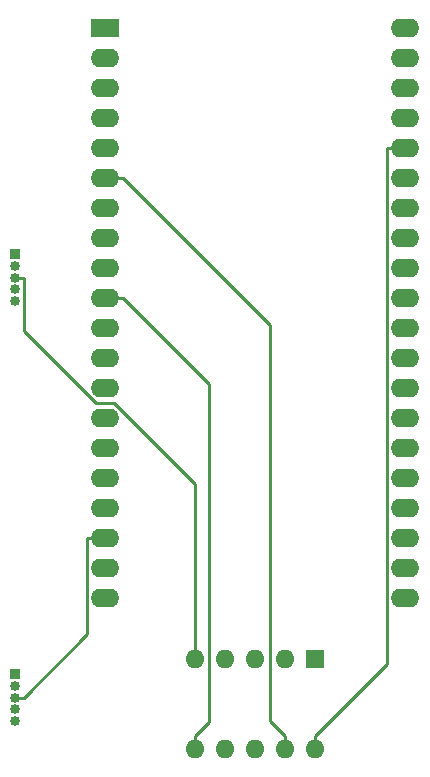
<source format=gbr>
%TF.GenerationSoftware,KiCad,Pcbnew,6.0.11+dfsg-1*%
%TF.CreationDate,2024-04-24T13:50:53-06:00*%
%TF.ProjectId,kicad-project-2,6b696361-642d-4707-926f-6a6563742d32,rev?*%
%TF.SameCoordinates,Original*%
%TF.FileFunction,Copper,L1,Top*%
%TF.FilePolarity,Positive*%
%FSLAX46Y46*%
G04 Gerber Fmt 4.6, Leading zero omitted, Abs format (unit mm)*
G04 Created by KiCad (PCBNEW 6.0.11+dfsg-1) date 2024-04-24 13:50:53*
%MOMM*%
%LPD*%
G01*
G04 APERTURE LIST*
%TA.AperFunction,ComponentPad*%
%ADD10R,2.400000X1.600000*%
%TD*%
%TA.AperFunction,ComponentPad*%
%ADD11O,2.400000X1.600000*%
%TD*%
%TA.AperFunction,ComponentPad*%
%ADD12R,0.850000X0.850000*%
%TD*%
%TA.AperFunction,ComponentPad*%
%ADD13O,0.850000X0.850000*%
%TD*%
%TA.AperFunction,ComponentPad*%
%ADD14R,1.600000X1.600000*%
%TD*%
%TA.AperFunction,ComponentPad*%
%ADD15O,1.600000X1.600000*%
%TD*%
%TA.AperFunction,Conductor*%
%ADD16C,0.250000*%
%TD*%
G04 APERTURE END LIST*
D10*
%TO.P,U1,1,GPIO0*%
%TO.N,unconnected-(U1-Pad1)*%
X106690000Y-57070000D03*
D11*
%TO.P,U1,2,GPIO1*%
%TO.N,unconnected-(U1-Pad2)*%
X106690000Y-59610000D03*
%TO.P,U1,3,GND*%
%TO.N,unconnected-(U1-Pad3)*%
X106690000Y-62150000D03*
%TO.P,U1,4,GPIO2*%
%TO.N,unconnected-(U1-Pad4)*%
X106690000Y-64690000D03*
%TO.P,U1,5,GPIO3*%
%TO.N,unconnected-(U1-Pad5)*%
X106690000Y-67230000D03*
%TO.P,U1,6,GPIO4*%
%TO.N,Net-(U1-Pad6)*%
X106690000Y-69770000D03*
%TO.P,U1,7,GPIO5*%
%TO.N,unconnected-(U1-Pad7)*%
X106690000Y-72310000D03*
%TO.P,U1,8,GND*%
%TO.N,unconnected-(U1-Pad8)*%
X106690000Y-74850000D03*
%TO.P,U1,9,GPIO6*%
%TO.N,unconnected-(U1-Pad9)*%
X106690000Y-77390000D03*
%TO.P,U1,10,GPIO7*%
%TO.N,Net-(U1-Pad10)*%
X106690000Y-79930000D03*
%TO.P,U1,11,GPIO8*%
%TO.N,unconnected-(U1-Pad11)*%
X106690000Y-82470000D03*
%TO.P,U1,12,GPIO9*%
%TO.N,unconnected-(U1-Pad12)*%
X106690000Y-85010000D03*
%TO.P,U1,13,GND*%
%TO.N,unconnected-(U1-Pad13)*%
X106690000Y-87550000D03*
%TO.P,U1,14,GPIO10*%
%TO.N,unconnected-(U1-Pad14)*%
X106690000Y-90090000D03*
%TO.P,U1,15,GPIO11*%
%TO.N,unconnected-(U1-Pad15)*%
X106690000Y-92630000D03*
%TO.P,U1,16,GPIO12*%
%TO.N,unconnected-(U1-Pad16)*%
X106690000Y-95170000D03*
%TO.P,U1,17,GPIO13*%
%TO.N,unconnected-(U1-Pad17)*%
X106690000Y-97710000D03*
%TO.P,U1,18,GND*%
%TO.N,Net-(J3-Pad3)*%
X106690000Y-100250000D03*
%TO.P,U1,19,GPIO14*%
%TO.N,unconnected-(U1-Pad19)*%
X106690000Y-102790000D03*
%TO.P,U1,20,GPIO15*%
%TO.N,unconnected-(U1-Pad20)*%
X106690000Y-105330000D03*
%TO.P,U1,21,GPIO16*%
%TO.N,unconnected-(U1-Pad21)*%
X132090000Y-105330000D03*
%TO.P,U1,22,GPIO17*%
%TO.N,unconnected-(U1-Pad22)*%
X132090000Y-102790000D03*
%TO.P,U1,23,GND*%
%TO.N,Net-(J2-Pad5)*%
X132090000Y-100250000D03*
%TO.P,U1,24,GPIO18*%
%TO.N,unconnected-(U1-Pad24)*%
X132090000Y-97710000D03*
%TO.P,U1,25,GPIO19*%
%TO.N,unconnected-(U1-Pad25)*%
X132090000Y-95170000D03*
%TO.P,U1,26,GPIO20*%
%TO.N,unconnected-(U1-Pad26)*%
X132090000Y-92630000D03*
%TO.P,U1,27,GPIO21*%
%TO.N,unconnected-(U1-Pad27)*%
X132090000Y-90090000D03*
%TO.P,U1,28,GND*%
%TO.N,unconnected-(U1-Pad28)*%
X132090000Y-87550000D03*
%TO.P,U1,29,GPIO22*%
%TO.N,unconnected-(U1-Pad29)*%
X132090000Y-85010000D03*
%TO.P,U1,30,RUN*%
%TO.N,unconnected-(U1-Pad30)*%
X132090000Y-82470000D03*
%TO.P,U1,31,GPIO26_ADC0*%
%TO.N,unconnected-(U1-Pad31)*%
X132090000Y-79930000D03*
%TO.P,U1,32,GPIO27_ADC1*%
%TO.N,unconnected-(U1-Pad32)*%
X132090000Y-77390000D03*
%TO.P,U1,33,AGND*%
%TO.N,unconnected-(U1-Pad33)*%
X132090000Y-74850000D03*
%TO.P,U1,34,GPIO28_ADC2*%
%TO.N,unconnected-(U1-Pad34)*%
X132090000Y-72310000D03*
%TO.P,U1,35,ADC_VREF*%
%TO.N,unconnected-(U1-Pad35)*%
X132090000Y-69770000D03*
%TO.P,U1,36,3V3*%
%TO.N,Net-(U1-Pad36)*%
X132090000Y-67230000D03*
%TO.P,U1,37,3V3_EN*%
%TO.N,unconnected-(U1-Pad37)*%
X132090000Y-64690000D03*
%TO.P,U1,38,GND*%
%TO.N,unconnected-(U1-Pad38)*%
X132090000Y-62150000D03*
%TO.P,U1,39,VSYS*%
%TO.N,unconnected-(U1-Pad39)*%
X132090000Y-59610000D03*
%TO.P,U1,40,VBUS*%
%TO.N,Net-(J2-Pad1)*%
X132090000Y-57070000D03*
%TD*%
D12*
%TO.P,J2,1,Pin_1*%
%TO.N,Net-(J2-Pad1)*%
X99060000Y-76200000D03*
D13*
%TO.P,J2,2,Pin_2*%
%TO.N,Net-(J2-Pad2)*%
X99060000Y-77200000D03*
%TO.P,J2,3,Pin_3*%
%TO.N,Net-(J2-Pad3)*%
X99060000Y-78200000D03*
%TO.P,J2,4,Pin_4*%
%TO.N,unconnected-(J2-Pad4)*%
X99060000Y-79200000D03*
%TO.P,J2,5,Pin_5*%
%TO.N,Net-(J2-Pad5)*%
X99060000Y-80200000D03*
%TD*%
D12*
%TO.P,J3,1,Pin_1*%
%TO.N,Net-(U1-Pad6)*%
X99060000Y-111760000D03*
D13*
%TO.P,J3,2,Pin_2*%
%TO.N,Net-(U1-Pad10)*%
X99060000Y-112760000D03*
%TO.P,J3,3,Pin_3*%
%TO.N,Net-(J3-Pad3)*%
X99060000Y-113760000D03*
%TO.P,J3,4,Pin_4*%
%TO.N,unconnected-(J3-Pad4)*%
X99060000Y-114760000D03*
%TO.P,J3,5,Pin_5*%
%TO.N,unconnected-(J3-Pad5)*%
X99060000Y-115760000D03*
%TD*%
D14*
%TO.P,U2,1,HV*%
%TO.N,Net-(J2-Pad1)*%
X124455000Y-110500000D03*
D15*
%TO.P,U2,2,H1*%
%TO.N,Net-(J2-Pad2)*%
X121915000Y-110500000D03*
%TO.P,U2,3,H2*%
%TO.N,unconnected-(U2-Pad3)*%
X119375000Y-110500000D03*
%TO.P,U2,4,H3*%
%TO.N,unconnected-(U2-Pad4)*%
X116835000Y-110500000D03*
%TO.P,U2,5,H4*%
%TO.N,Net-(J2-Pad3)*%
X114295000Y-110500000D03*
%TO.P,U2,6,L4*%
%TO.N,Net-(U1-Pad10)*%
X114295000Y-118120000D03*
%TO.P,U2,7,L3*%
%TO.N,unconnected-(U2-Pad7)*%
X116835000Y-118120000D03*
%TO.P,U2,8,L2*%
%TO.N,unconnected-(U2-Pad8)*%
X119375000Y-118120000D03*
%TO.P,U2,9,L1*%
%TO.N,Net-(U1-Pad6)*%
X121915000Y-118120000D03*
%TO.P,U2,10,LV*%
%TO.N,Net-(U1-Pad36)*%
X124455000Y-118120000D03*
%TD*%
D16*
%TO.N,Net-(J3-Pad3)*%
X99811900Y-113760000D02*
X99060000Y-113760000D01*
X105163000Y-108409000D02*
X99811900Y-113760000D01*
X105163000Y-100250000D02*
X105163000Y-108409000D01*
X106690000Y-100250000D02*
X105163000Y-100250000D01*
%TO.N,Net-(U1-Pad36)*%
X124455000Y-116993000D02*
X124455000Y-118120000D01*
X130563000Y-110885000D02*
X124455000Y-116993000D01*
X130563000Y-67230000D02*
X130563000Y-110885000D01*
X132090000Y-67230000D02*
X130563000Y-67230000D01*
%TO.N,Net-(U1-Pad10)*%
X114295000Y-116993000D02*
X114295000Y-118120000D01*
X115481000Y-115807000D02*
X114295000Y-116993000D01*
X115481000Y-87194500D02*
X115481000Y-115807000D01*
X108217000Y-79930000D02*
X115481000Y-87194500D01*
X106690000Y-79930000D02*
X108217000Y-79930000D01*
%TO.N,Net-(U1-Pad6)*%
X121915000Y-116993000D02*
X121915000Y-118120000D01*
X120645000Y-115723000D02*
X121915000Y-116993000D01*
X120645000Y-82198100D02*
X120645000Y-115723000D01*
X108217000Y-69770000D02*
X120645000Y-82198100D01*
X106690000Y-69770000D02*
X108217000Y-69770000D01*
%TO.N,Net-(J2-Pad3)*%
X114295000Y-95688700D02*
X114295000Y-110500000D01*
X107426000Y-88820000D02*
X114295000Y-95688700D01*
X105920000Y-88820000D02*
X107426000Y-88820000D01*
X99811900Y-82712100D02*
X105920000Y-88820000D01*
X99811900Y-78200000D02*
X99811900Y-82712100D01*
X99060000Y-78200000D02*
X99811900Y-78200000D01*
%TD*%
M02*

</source>
